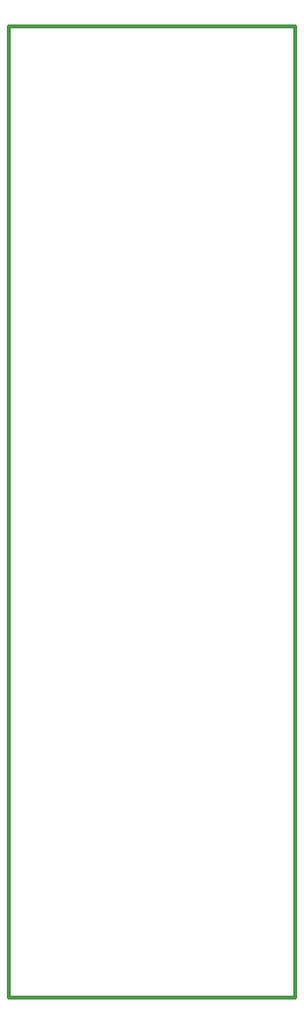
<source format=gbr>
G04 DesignSpark PCB Gerber Version 10.0 Build 5299*
%FSLAX35Y35*%
%MOIN*%
%ADD127C,0.01200*%
X0Y0D02*
D02*
D127*
X18719Y10597D02*
X116189D01*
Y341797D01*
X18719D01*
Y10597D01*
X0Y0D02*
M02*

</source>
